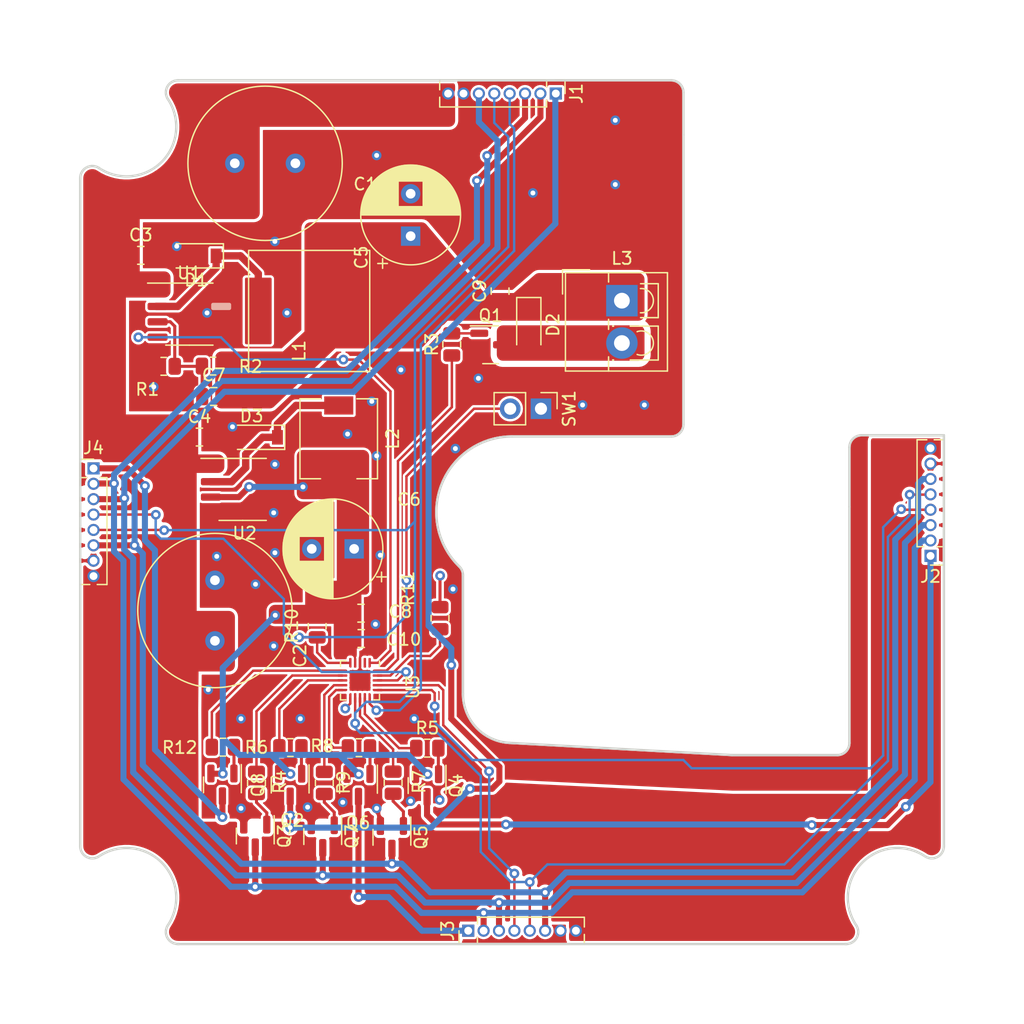
<source format=kicad_pcb>
(kicad_pcb (version 20211014) (generator pcbnew)
  (layers (0 "F.Cu" jumper) (1 "In1.Cu" signal) (2 "In2.Cu" signal) (31 "B.Cu" power) (34 "B.Paste" user) (35 "F.Paste" user) (36 "B.SilkS" user "B.Silkscreen") (37 "F.SilkS" user "F.Silkscreen") (38 "B.Mask" user) (39 "F.Mask" user) (44 "Edge.Cuts" user))
  (net 0 "")
  (net 1 "VBUS")
  (net 2 "GND")
  (net 3 "5V")
  (net 4 "24V")
  (net 5 "FB")
  (net 6 "LED0")
  (net 7 "R")
  (net 8 "B")
  (net 9 "SEL0")
  (net 10 "GDA")
  (net 11 "G")
  (net 12 "LED1")
  (net 13 "SEL1")
  (net 14 "LED2")
  (net 15 "SEL2")
  (net 16 "LED3")
  (net 17 "SEL3")
  (net 18 "SOL_EN")
  (net 19 "Net-(Q2-Pad1)")
  (net 20 "Net-(Q3-Pad1)")
  (net 21 "Net-(Q5-Pad1)")
  (net 22 "R_PWM")
  (net 23 "G_PWM")
  (net 24 "B_PWM")
  (net 25 "LED0_PWM")
  (net 26 "LED1_PWM")
  (net 27 "LED2_PWM")
  (net 28 "LED3_PWM")
  (net 29 "Net-(Q7-Pad1)")
  (net 30 "CAB_STATE")
  (net 31 "24V_EN")
  (net 32 "UPDI")
  (net 33 "RxD")
  (net 34 "Net-(D3-Pad1)")
  (net 35 "Net-(Q1-Pad1)")
  (net 36 "Net-(R11-Pad1)")
  (net 37 "Net-(D1-Pad1)")
  (net 38 "Net-(Q4-Pad1)")
  (net 39 "Net-(Q6-Pad1)")
  (net 40 "Net-(Q8-Pad1)")
  (net 42 "/SOL_R")
  (footprint "Capacitor_SMD:C_0805_2012Metric" (layer "F.Cu") (at 82.01 87.39)
    (fp_text reference "C8")
    (fp_text value "1uF")
  )
  (footprint "Resistor_SMD:R_0805_2012Metric" (layer "F.Cu") (at 73.38 101.4 -90)
    (fp_text reference "R4")
    (fp_text value "1k")
  )
  (footprint "Package_DFN_QFN:VQFN-20-1EP_3x3mm_P0.4mm_EP1.7x1.7mm" (layer "F.Cu") (at 81.925 92.935 -90)
    (fp_text reference "U3")
    (fp_text value " ATTINY1616-MNR")
  )
  (footprint "Resistor_SMD:R_0805_2012Metric" (layer "F.Cu") (at 70.61 98.45)
    (fp_text reference "R12")
    (fp_text value "1k")
  )
  (footprint "Capacitor_SMD:C_0805_2012Metric" (layer "F.Cu") (at 69.85 69.5 180)
    (fp_text reference "C7")
    (fp_text value "680pF")
  )
  (footprint "Connector_PinHeader_1.27mm:PinHeader_1x08_P1.27mm_Vertical" (layer "F.Cu") (at 59.927669 75.436185)
    (fp_text reference "J4")
    (fp_text value "Conn_01x08_Female")
  )
  (footprint "Resistor_SMD:R_0805_2012Metric" (layer "F.Cu") (at 84.66 101.38 -90)
    (fp_text reference "R7")
    (fp_text value "1k")
  )
  (footprint "Package_SO:SOP-8_3.9x4.9mm_P1.27mm" (layer "F.Cu") (at 67.84 62.7)
    (fp_text reference "U1")
    (fp_text value "XL1509-ADJ")
  )
  (footprint "Resistor_SMD:R_0805_2012Metric" (layer "F.Cu") (at 78.39 88.47 90)
    (fp_text reference "R10")
    (fp_text value "50k")
  )
  (footprint "Package_TO_SOT_SMD:SOT-23" (layer "F.Cu") (at 76.16 101.58 -90)
    (fp_text reference "Q2")
    (fp_text value "S8550")
  )
  (footprint "Connector_PinHeader_1.27mm:PinHeader_1x08_P1.27mm_Vertical" (layer "F.Cu") (at 129.021714 82.658872 180)
    (fp_text reference "J2")
    (fp_text value "Conn_01x08_Female")
  )
  (footprint "Capacitor_SMD:C_0805_2012Metric" (layer "F.Cu") (at 68.67 72.85)
    (fp_text reference "C4")
    (fp_text value "1uF")
  )
  (footprint "Resistor_SMD:R_0805_2012Metric" (layer "F.Cu") (at 69.79 66.99)
    (fp_text reference "R2")
    (fp_text value "50k")
  )
  (footprint "Inductor_SMD:L_6.3x6.3_H3" (layer "F.Cu") (at 80.17 72.99 -90)
    (fp_text reference "L2")
    (fp_text value "68uH")
  )
  (footprint "TerminalBlock_4Ucon:TerminalBlock_4Ucon_1x02_P3.50mm_Vertical" (layer "F.Cu") (at 103.545 61.59 -90)
    (fp_text reference "L3")
    (fp_text value "Solenoid")
  )
  (footprint "Capacitor_SMD:C_0805_2012Metric" (layer "F.Cu") (at 93.49 60.8 90)
    (fp_text reference "C9")
    (fp_text value "1uF")
  )
  (footprint "Package_TO_SOT_SMD:SOT-23" (layer "F.Cu") (at 92.71 65.23)
    (fp_text reference "Q1")
    (fp_text value "SI2308A")
  )
  (footprint "Diode_SMD:D_SOD-123" (layer "F.Cu") (at 95.86 63.58 -90)
    (fp_text reference "D2")
    (fp_text value "40V")
  )
  (footprint "Package_SO:SOP-8_3.9x4.9mm_P1.27mm" (layer "F.Cu") (at 72.24 77.17)
    (fp_text reference "U2")
    (fp_text value "XL1509-5.0")
  )
  (footprint "Resistor_SMD:R_0805_2012Metric" (layer "F.Cu") (at 88.53 87.8 90)
    (fp_text reference "R11")
    (fp_text value "4.7k")
  )
  (footprint "Capacitor_THT:CP_Radial_D8.0mm_P3.50mm" (layer "F.Cu") (at 86.106 56.262651 90)
    (fp_text reference "C5")
    (fp_text value "220uF")
  )
  (footprint "StackCabinet:YNR1050-470M" (layer "F.Cu") (at 77.73 62.44 90)
    (fp_text reference "L1")
    (fp_text value "47uH")
  )
  (footprint "Package_TO_SOT_SMD:SOT-23" (layer "F.Cu") (at 87.4625 101.62 -90)
    (fp_text reference "Q4")
    (fp_text value "S8550")
  )
  (footprint "Diode_SMD:D_SOD-123" (layer "F.Cu") (at 68.4 57.89 180)
    (fp_text reference "D1")
    (fp_text value "40V")
  )
  (footprint "Resistor_SMD:R_0805_2012Metric" (layer "F.Cu") (at 65.72 67.01)
    (fp_text reference "R1")
    (fp_text value "2.7k")
  )
  (footprint "Package_TO_SOT_SMD:SOT-23" (layer "F.Cu") (at 84.56 105.89 -90)
    (fp_text reference "Q5")
    (fp_text value "BC817-40,215")
  )
  (footprint "Resistor_SMD:R_0805_2012Metric" (layer "F.Cu") (at 89.5 65.2 90)
    (fp_text reference "R3")
    (fp_text value "1k")
  )
  (footprint "Package_TO_SOT_SMD:SOT-23" (layer "F.Cu") (at 73.28 105.78 -90)
    (fp_text reference "Q3")
    (fp_text value "BC817-40,215")
  )
  (footprint "Package_TO_SOT_SMD:SOT-23" (layer "F.Cu") (at 78.85 105.83 -90)
    (fp_text reference "Q7")
    (fp_text value "BC817-40,215")
  )
  (footprint "Capacitor_SMD:C_0805_2012Metric" (layer "F.Cu") (at 63.83 57.85)
    (fp_text reference "C3")
    (fp_text value "1uF")
  )
  (footprint "Connector_PinHeader_1.27mm:PinHeader_1x08_P1.27mm_Vertical" (layer "F.Cu") (at 90.86 113.6 90)
    (fp_text reference "J3")
    (fp_text value "Conn_01x08_Female")
  )
  (footprint "Connector_PinHeader_2.54mm:PinHeader_1x02_P2.54mm_Vertical" (layer "F.Cu") (at 96.865 70.51 -90)
    (fp_text reference "SW1")
    (fp_text value "SW_Push")
  )
  (footprint "Capacitor_THT:C_Radial_D12.5mm_H20.0mm_P5.00mm" (layer "F.Cu") (at 69.95 89.67 90)
    (fp_text reference "C2")
    (fp_text value "470uF")
  )
  (footprint "Package_TO_SOT_SMD:SOT-23" (layer "F.Cu") (at 70.5675 101.56 -90)
    (fp_text reference "Q8")
    (fp_text value "S8550")
  )
  (footprint "Capacitor_THT:CP_Radial_D8.0mm_P3.50mm" (layer "F.Cu") (at 81.442651 82.08 180)
    (fp_text reference "C6")
    (fp_text value "180uF")
  )
  (footprint "Connector_PinHeader_1.27mm:PinHeader_1x08_P1.27mm_Vertical" (layer "F.Cu") (at 98.09 44.49 -90)
    (fp_text reference "J1")
    (fp_text value "Conn_01x08_Female")
  )
  (footprint "Resistor_SMD:R_0805_2012Metric" (layer "F.Cu") (at 87.4825 98.53)
    (fp_text reference "R5")
    (fp_text value "1k")
  )
  (footprint "Capacitor_SMD:C_0805_2012Metric" (layer "F.Cu") (at 82.03 89.48)
    (fp_text reference "C10")
    (fp_text value "0.1uF")
  )
  (footprint "Resistor_SMD:R_0805_2012Metric" (layer "F.Cu") (at 76.18 98.48)
    (fp_text reference "R6")
    (fp_text value "1k")
  )
  (footprint "Capacitor_THT:C_Radial_D12.5mm_H20.0mm_P5.00mm" (layer "F.Cu") (at 71.59 50.25)
    (fp_text reference "C1")
    (fp_text value "470uF")
  )
  (footprint "Resistor_SMD:R_0805_2012Metric" (layer "F.Cu") (at 78.98 101.4 -90)
    (fp_text reference "R9")
    (fp_text value "1k")
  )
  (footprint "Resistor_SMD:R_0805_2012Metric" (layer "F.Cu") (at 81.84 98.49)
    (fp_text reference "R8")
    (fp_text value "1k")
  )
  (footprint "Package_TO_SOT_SMD:SOT-23" (layer "F.Cu") (at 81.8 101.6 -90)
    (fp_text reference "Q6")
    (fp_text value "S8550")
  )
  (footprint "Diode_SMD:D_SOD-123" (layer "F.Cu") (at 73.46 72.87 180)
    (fp_text reference "D3")
    (fp_text value "40V")
  )
  (gr_line locked (start 107.626777 43.4) (end 66.976777 43.4) (layer "Edge.Cuts") (width 0.2))
  (gr_line locked (start 66.976777 114.7) (end 121.976777 114.7) (layer "Edge.Cuts") (width 0.2))
  (gr_arc locked (start 66.889134 114.699529) (mid 66.015643 114.166613) (end 66.067944 113.144727) (layer "Edge.Cuts") (width 0.2))
  (gr_line locked (start 121.976777 114.7) (end 122.06442 114.699529) (layer "Edge.Cuts") (width 0.2))
  (gr_arc locked (start 130.126306 106.637643) (mid 129.593394 107.511134) (end 128.571504 107.458833) (layer "Edge.Cuts") (width 0.2))
  (gr_arc locked (start 122.88561 113.144727) (mid 123.39744 107.970663) (end 128.571504 107.458833) (layer "Edge.Cuts") (width 0.2))
  (gr_line locked (start 58.826777 106.55) (end 58.827248 106.637643) (layer "Edge.Cuts") (width 0.2))
  (gr_arc locked (start 122.88561 113.144727) (mid 122.937921 114.166622) (end 122.06442 114.699529) (layer "Edge.Cuts") (width 0.2))
  (gr_line locked (start 130.126777 106.55) (end 130.126777 72.7) (layer "Edge.Cuts") (width 0.2))
  (gr_line locked (start 94.476777 72.8) (end 107.626777 72.8) (layer "Edge.Cuts") (width 0.2))
  (gr_line locked (start 108.626777 47.9) (end 108.626777 44.4) (layer "Edge.Cuts") (width 0.2))
  (gr_line locked (start 118.195596 99.1) (end 112.63055 99.1) (layer "Edge.Cuts") (width 0.2))
  (gr_arc locked (start 94.255367 98.093943) (mid 91.535756 96.834402) (end 90.426777 94.05) (layer "Edge.Cuts") (width 0.2))
  (gr_line locked (start 121.326777 99.1) (end 118.195596 99.1) (layer "Edge.Cuts") (width 0.2))
  (gr_arc locked (start 107.626777 43.4) (mid 108.333884 43.692893) (end 108.626777 44.4) (layer "Edge.Cuts") (width 0.2))
  (gr_line locked (start 90.426777 94.05) (end 90.426777 84.251923) (layer "Edge.Cuts") (width 0.2))
  (gr_line locked (start 66.889134 114.699529) (end 66.976777 114.7) (layer "Edge.Cuts") (width 0.2))
  (gr_arc locked (start 90.123329 83.534416) (mid 88.684968 76.701075) (end 94.476777 72.8) (layer "Edge.Cuts") (width 0.2))
  (gr_arc locked (start 66.067944 44.955273) (mid 66.015644 43.933388) (end 66.889134 43.400471) (layer "Edge.Cuts") (width 0.2))
  (gr_arc locked (start 66.067944 44.955273) (mid 65.55611 50.129333) (end 60.38205 50.641167) (layer "Edge.Cuts") (width 0.2))
  (gr_arc locked (start 58.827248 51.462357) (mid 59.360164 50.588866) (end 60.38205 50.641167) (layer "Edge.Cuts") (width 0.2))
  (gr_line locked (start 122.326777 78.6) (end 122.326777 98.1) (layer "Edge.Cuts") (width 0.2))
  (gr_line locked (start 66.976777 43.4) (end 66.889134 43.400471) (layer "Edge.Cuts") (width 0.2))
  (gr_line locked (start 112.63055 99.1) (end 94.255367 98.093943) (layer "Edge.Cuts") (width 0.2))
  (gr_arc locked (start 90.123329 83.534416) (mid 90.347796 83.862405) (end 90.426777 84.251923) (layer "Edge.Cuts") (width 0.2))
  (gr_line locked (start 122.326777 73.7) (end 122.326777 78.6) (layer "Edge.Cuts") (width 0.2))
  (gr_line locked (start 130.126306 106.637643) (end 130.126777 106.55) (layer "Edge.Cuts") (width 0.2))
  (gr_arc locked (start 60.38205 107.458833) (mid 59.360165 107.511133) (end 58.827248 106.637643) (layer "Edge.Cuts") (width 0.2))
  (gr_arc locked (start 60.38205 107.458833) (mid 65.55611 107.970667) (end 66.067944 113.144727) (layer "Edge.Cuts") (width 0.2))
  (gr_arc locked (start 122.326777 73.7) (mid 122.61967 72.992893) (end 123.326777 72.7) (layer "Edge.Cuts") (width 0.2))
  (gr_line locked (start 58.827248 51.462357) (end 58.826777 51.55) (layer "Edge.Cuts") (width 0.2))
  (gr_arc locked (start 122.326777 98.1) (mid 122.033884 98.807107) (end 121.326777 99.1) (layer "Edge.Cuts") (width 0.2))
  (gr_line locked (start 130.126777 72.7) (end 123.326777 72.7) (layer "Edge.Cuts") (width 0.2))
  (gr_arc locked (start 108.626777 71.8) (mid 108.333884 72.507107) (end 107.626777 72.8) (layer "Edge.Cuts") (width 0.2))
  (gr_line locked (start 108.626777 71.8) (end 108.626777 47.9) (layer "Edge.Cuts") (width 0.2))
  (gr_line locked (start 58.826777 51.55) (end 58.826777 106.55) (layer "Edge.Cuts") (width 0.2))
  (segment (start 81.903 93.125) (end 81.903 93.12) (width 0.254) (layer "F.Cu") (net 2))
  (segment (start 82.2 90.65) (end 82.32 90.53) (width 0.2) (layer "F.Cu") (net 2))
  (segment (start 82.32 90.53) (end 82.58 90.27) (width 0.2) (layer "F.Cu") (net 2))
  (segment (start 82.32 90.53) (end 82.6 90.53) (width 0.2) (layer "F.Cu") (net 2))
  (segment (start 82.58 90.27) (end 82.58 89.53) (width 0.2) (layer "F.Cu") (net 2))
  (segment (start 82.2 90.65) (end 83.26 90.65) (width 0.2) (layer "F.Cu") (net 2))
  (via (at 83.3 74.4) (size 0.8) (drill 0.4) (layers "F.Cu" "B.Cu") (net 2))
  (via (at 77 96.1) (size 0.8) (drill 0.4) (layers "F.Cu" "B.Cu") (net 2))
  (via (at 83.3 49.6) (size 0.8) (drill 0.4) (layers "F.Cu" "B.Cu") (net 2))
  (via (at 74.8 90.1) (size 0.8) (drill 0.4) (layers "F.Cu" "B.Cu") (net 2))
  (via (at 91.7 68) (size 0.8) (drill 0.4) (layers "F.Cu" "B.Cu") (net 2))
  (via (at 74.9 75.1) (size 0.8) (drill 0.4) (layers "F.Cu" "B.Cu") (net 2))
  (via (at 77.6 103.4) (size 0.8) (drill 0.4) (layers "F.Cu" "B.Cu") (net 2))
  (via (at 75.9 62.6) (size 0.8) (drill 0.4) (layers "F.Cu" "B.Cu") (net 2))
  (via (at 80.9 72.6) (size 0.8) (drill 0.4) (layers "F.Cu" "B.Cu") (net 2))
  (via (at 89.8 73.8) (size 0.8) (drill 0.4) (layers "F.Cu" "B.Cu") (net 2))
  (via (at 69.4 93.7) (size 0.8) (drill 0.4) (layers "F.Cu" "B.Cu") (net 2))
  (via (at 83.3 103.5) (size 0.8) (drill 0.4) (layers "F.Cu" "B.Cu") (net 2))
  (via (at 103 46.7) (size 0.8) (drill 0.4) (layers "F.Cu" "B.Cu") (net 2))
  (via (at 66.8 57.1) (size 0.8) (drill 0.4) (layers "F.Cu" "B.Cu") (net 2))
  (via (at 73.3 85) (size 0.8) (drill 0.4) (layers "F.Cu" "B.Cu") (net 2))
  (via (at 74.8 79.1) (size 0.8) (drill 0.4) (layers "F.Cu" "B.Cu") (net 2))
  (via (at 71.4 72) (size 0.8) (drill 0.4) (layers "F.Cu" "B.Cu") (net 2))
  (via (at 105.4 70.2) (size 0.8) (drill 0.4) (layers "F.Cu" "B.Cu") (net 2))
  (via (at 88.5 102.8) (size 0.8) (drill 0.4) (layers "F.Cu" "B.Cu") (net 2))
  (via (at 72.1 103.5) (size 0.8) (drill 0.4) (layers "F.Cu" "B.Cu") (net 2))
  (via (at 96.2 52.7) (size 0.8) (drill 0.4) (layers "F.Cu" "B.Cu") (net 2))
  (via (at 69.3 62.6) (size 0.8) (drill 0.4) (layers "F.Cu" "B.Cu") (net 2))
  (via (at 80.5 103) (size 0.8) (drill 0.4) (layers "F.Cu" "B.Cu") (net 2))
  (via (at 70.1 82.7) (size 0.8) (drill 0.4) (layers "F.Cu" "B.Cu") (net 2))
  (via (at 83.2 88.3) (size 0.8) (drill 0.4) (layers "F.Cu" "B.Cu") (net 2))
  (via (at 74.9 56.7) (size 0.8) (drill 0.4) (layers "F.Cu" "B.Cu") (net 2))
  (via (at 103 52) (size 0.8) (drill 0.4) (layers "F.Cu" "B.Cu") (net 2))
  (via (at 85.3 67.3) (size 0.8) (drill 0.4) (layers "F.Cu" "B.Cu") (net 2))
  (via (at 72.1 96.1) (size 0.8) (drill 0.4) (layers "F.Cu" "B.Cu") (net 2))
  (via (at 82.9 69.9) (size 0.8) (drill 0.4) (layers "F.Cu" "B.Cu") (net 2))
  (via (at 89.6 85.4) (size 0.8) (drill 0.4) (layers "F.Cu" "B.Cu") (net 2))
  (via (at 83.6 82.6) (size 0.8) (drill 0.4) (layers "F.Cu" "B.Cu") (net 2))
  (via (at 86.4 96.1) (size 0.8) (drill 0.4) (layers "F.Cu" "B.Cu") (net 2))
  (via (at 86.1 102.9) (size 0.8) (drill 0.4) (layers "F.Cu" "B.Cu") (net 2))
  (via (at 74.9 82.4) (size 0.8) (drill 0.4) (layers "F.Cu" "B.Cu") (net 2))
  (via (at 100.3 70.2) (size 0.8) (drill 0.4) (layers "F.Cu" "B.Cu") (net 2))
  (via (at 64.9 68.7) (size 0.8) (drill 0.4) (layers "F.Cu" "B.Cu") (net 2))
  (segment (start 70.6 100.64) (end 69.635 100.64) (width 0.5) (layer "F.Cu") (net 3))
  (segment (start 74.93 87.56) (end 74.9325 87.5575) (width 0.5) (layer "F.Cu") (net 3))
  (segment (start 75.2275 100.66) (end 75.21 100.6425) (width 0.5) (layer "F.Cu") (net 3))
  (segment (start 86.515 100.68) (end 86.5125 100.6825) (width 0.5) (layer "F.Cu") (net 3))
  (segment (start 69.635 100.64) (end 69.6175 100.6225) (width 0.5) (layer "F.Cu") (net 3))
  (segment (start 69.615 77.805) (end 71.928 77.805) (width 0.5) (layer "F.Cu") (net 3))
  (segment (start 80.8675 100.68) (end 80.85 100.6625) (width 0.5) (layer "F.Cu") (net 3))
  (segment (start 76.18 100.66) (end 75.2275 100.66) (width 0.5) (layer "F.Cu") (net 3))
  (segment (start 81.82 100.68) (end 80.8675 100.68) (width 0.5) (layer "F.Cu") (net 3))
  (segment (start 71.928 77.805) (end 72.771 76.962) (width 0.5) (layer "F.Cu") (net 3))
  (segment (start 87.5 100.68) (end 86.515 100.68) (width 0.5) (layer "F.Cu") (net 3))
  (segment (start 74.9325 87.5575) (end 78.39 87.5575) (width 0.5) (layer "F.Cu") (net 3))
  (via (at 70.6 100.64) (size 0.8) (drill 0.4) (layers "F.Cu" "B.Cu") (net 3))
  (via (at 81.82 100.68) (size 0.8) (drill 0.4) (layers "F.Cu" "B.Cu") (net 3))
  (via (at 77.216 76.962) (size 0.8) (drill 0.4) (layers "F.Cu" "B.Cu") (net 3))
  (via (at 74.93 87.56) (size 0.8) (drill 0.4) (layers "F.Cu" "B.Cu") (net 3))
  (via (at 72.771 76.962) (size 0.8) (drill 0.4) (layers "F.Cu" "B.Cu") (net 3))
  (via (at 87.5 100.68) (size 0.8) (drill 0.4) (layers "F.Cu" "B.Cu") (net 3))
  (via (at 76.18 100.66) (size 0.8) (drill 0.4) (layers "F.Cu" "B.Cu") (net 3))
  (segment (start 74.93 87.56) (end 70.6 91.89) (width 0.5) (layer "B.Cu") (net 3))
  (segment (start 75.11 99.09) (end 80.23 99.09) (width 0.5) (layer "B.Cu") (net 3))
  (segment (start 80.23 99.09) (end 85.91 99.09) (width 0.5) (layer "B.Cu") (net 3))
  (segment (start 80.23 99.09) (end 81.82 100.68) (width 0.5) (layer "B.Cu") (net 3))
  (segment (start 70.6 97.72) (end 71.97 99.09) (width 0.5) (layer "B.Cu") (net 3))
  (segment (start 76.18 100.66) (end 74.61 99.09) (width 0.5) (layer "B.Cu") (net 3))
  (segment (start 85.91 99.09) (end 87.5 100.68) (width 0.5) (layer "B.Cu") (net 3))
  (segment (start 72.771 76.962) (end 77.216 76.962) (width 0.5) (layer "B.Cu") (net 3))
  (segment (start 73.54 99.09) (end 75.11 99.09) (width 0.5) (layer "B.Cu") (net 3))
  (segment (start 74.61 99.09) (end 73.54 99.09) (width 0.5) (layer "B.Cu") (net 3))
  (segment (start 71.97 99.09) (end 73.54 99.09) (width 0.5) (layer "B.Cu") (net 3))
  (segment (start 70.6 97.72) (end 70.6 100.64) (width 0.5) (layer "B.Cu") (net 3))
  (segment (start 70.6 91.89) (end 70.6 97.72) (width 0.5) (layer "B.Cu") (net 3))
  (segment (start 65.095 63.335) (end 65.32458 63.335) (width 0.254) (layer "F.Cu") (net 5))
  (segment (start 66.26 63.33) (end 66.6325 63.7025) (width 0.254) (layer "F.Cu") (net 5))
  (segment (start 66.6325 63.7025) (end 66.6325 67.01) (width 0.254) (layer "F.Cu") (net 5))
  (segment (start 65.32458 63.335) (end 65.32958 63.33) (width 0.254) (layer "F.Cu") (net 5))
  (segment (start 68.8575 67.01) (end 68.8775 66.99) (width 0.254) (layer "F.Cu") (net 5))
  (segment (start 68.9 67.0125) (end 68.8775 66.99) (width 0.254) (layer "F.Cu") (net 5))
  (segment (start 65.32958 63.33) (end 66.26 63.33) (width 0.254) (layer "F.Cu") (net 5))
  (segment (start 68.9 69.5) (end 68.9 67.0125) (width 0.254) (layer "F.Cu") (net 5))
  (segment (start 66.6325 67.01) (end 68.8575 67.01) (width 0.254) (layer "F.Cu") (net 5))
  (segment (start 76.16 104.07) (end 76.18 104.09) (width 0.5) (layer "F.Cu") (net 6))
  (segment (start 76.18 104.09) (end 76.18 105.07) (width 0.5) (layer "F.Cu") (net 6))
  (segment (start 89.46 96.1) (end 89.46 91.67) (width 0.5) (layer "F.Cu") (net 6))
  (segment (start 91 101.88) (end 92.83 101.88) (width 0.5) (layer "F.Cu") (net 6))
  (segment (start 76.16 102.5175) (end 76.16 104.07) (width 0.5) (layer "F.Cu") (net 6))
  (segment (start 76.18 105.07) (end 76.16 105.09) (width 0.5) (layer "F.Cu") (net 6))
  (segment (start 93.43 101.28) (end 93.43 100.07) (width 0.5) (layer "F.Cu") (net 6))
  (segment (start 92.83 101.88) (end 93.43 101.28) (width 0.5) (layer "F.Cu") (net 6))
  (segment (start 93.43 100.07) (end 89.46 96.1) (width 0.5) (layer "F.Cu") (net 6))
  (via (at 91 101.88) (size 0.8) (drill 0.4) (layers "F.Cu" "B.Cu") (net 6))
  (via (at 89.46 91.67) (size 0.8) (drill 0.4) (layers "F.Cu" "B.Cu") (net 6))
  (via (at 76.16 105.09) (size 0.8) (drill 0.4) (layers "F.Cu" "B.Cu") (net 6))
  (via (at 76.18 104.09) (size 0.8) (drill 0.4) (layers "F.Cu" "B.Cu") (net 6))
  (segment (start 76.16 105.09) (end 87.79 105.09) (width 0.5) (layer "B.Cu") (net 6))
  (segment (start 87.59 65.7) (end 98.05 55.24) (width 0.5) (layer "B.Cu") (net 6))
  (segment (start 87.59 88.43) (end 87.59 65.7) (width 0.5) (layer "B.Cu") (net 6))
  (segment (start 98.05 55.24) (end 98.05 44.53) (width 0.5) (layer "B.Cu") (net 6))
  (segment (start 87.79 105.09) (end 91 101.88) (width 0.5) (layer "B.Cu") (net 6))
  (segment (start 98.05 44.53) (end 98.09 44.49) (width 0.5) (layer "B.Cu") (net 6))
  (segment (start 89.46 91.67) (end 89.46 90.3) (width 0.5) (layer "B.Cu") (net 6))
  (segment (start 89.46 90.3) (end 87.59 88.43) (width 0.5) (layer "B.Cu") (net 6))
  (segment (start 59.941484 76.72) (end 59.927669 76.706185) (width 0.5) (layer "F.Cu") (net 7))
  (segment (start 96.82 44.49) (end 96.82 46.44) (width 0.5) (layer "F.Cu") (net 7))
  (segment (start 92.13 113.6) (end 92.13 112.13) (width 0.5) (layer "F.Cu") (net 7))
  (segment (start 96.82 46.44) (end 91.58 51.68) (width 0.5) (layer "F.Cu") (net 7))
  (segment (start 73.28 109.96) (end 73.27 109.97) (width 0.5) (layer "F.Cu") (net 7))
  (segment (start 73.28 106.7175) (end 73.28 109.96) (width 0.5) (layer "F.Cu") (net 7))
  (segment (start 61.62 76.68) (end 59.953854 76.68) (width 0.5) (layer "F.Cu") (net 7))
  (segment (start 59.953854 76.68) (end 59.927669 76.706185) (width 0.5) (layer "F.Cu") (net 7))
  (via (at 91.58 51.68) (size 0.8) (drill 0.4) (layers "F.Cu" "B.Cu") (net 7))
  (via (at 61.62 76.68) (size 0.8) (drill 0.4) (layers "F.Cu" "B.Cu") (net 7))
  (via (at 92.13 112.13) (size 0.8) (drill 0.4) (layers "F.Cu" "B.Cu") (net 7))
  (via (at 73.27 109.97) (size 0.8) (drill 0.4) (layers "F.Cu" "B.Cu") (net 7))
  (segment (start 61.62 75.93) (end 61.62 76.58) (width 0.5) (layer "B.Cu") (net 7))
  (segment (start 91.58 51.68) (end 91.58 56.629) (width 0.5) (layer "B.Cu") (net 7))
  (segment (start 61.62 76.68) (end 61.62 82.288717) (width 0.5) (layer "B.Cu") (net 7))
  (segment (start 127.72 101.15) (end 127.72 82.03) (width 0.5) (layer "B.Cu") (net 7))
  (segment (start 61.62 76.58) (end 61.62 76.68) (width 0.5) (layer "B.Cu") (net 7))
  (segment (start 70.16 67.39) (end 61.62 75.93) (width 0.5) (layer "B.Cu") (net 7))
  (segment (start 118.44 110.43) (end 127.72 101.15) (width 0.5) (layer "B.Cu") (net 7))
  (segment (start 62.4 83.068717) (end 62.4 101.1) (width 0.5) (layer "B.Cu") (net 7))
  (segment (start 73.27 109.97) (end 84.84 109.97) (width 0.5) (layer "B.Cu") (net 7))
  (segment (start 84.84 109.97) (end 87 112.13) (width 0.5) (layer "B.Cu") (net 7))
  (segment (start 61.62 82.288717) (end 62.4 83.068717) (width 0.5) (layer "B.Cu") (net 7))
  (segment (start 80.819 67.39) (end 70.16 67.39) (width 0.5) (layer "B.Cu") (net 7))
  (segment (start 97.74 112.13) (end 99.44 110.43) (width 0.5) (layer "B.Cu") (net 7))
  (segment (start 128.361128 81.388872) (end 129.021714 81.388872) (width 0.5) (layer "B.Cu") (net 7))
  (segment (start 92.13 112.13) (end 97.74 112.13) (width 0.5) (layer "B.Cu") (net 7))
  (segment (start 127.72 82.03) (end 128.361128 81.388872) (width 0.5) (layer "B.Cu") (net 7))
  (segment (start 71.27 109.97) (end 73.27 109.97) (width 0.5) (layer "B.Cu") (net 7))
  (segment (start 91.58 56.629) (end 80.819 67.39) (width 0.5) (layer "B.Cu") (net 7))
  (segment (start 87 112.13) (end 92.13 112.13) (width 0.5) (layer "B.Cu") (net 7))
  (segment (start 62.4 101.1) (end 71.27 109.97) (width 0.5) (layer "B.Cu") (net 7))
  (segment (start 99.44 110.43) (end 118.44 110.43) (width 0.5) (layer "B.Cu") (net 7))
  (segment (start 93.49 113.51) (end 93.4 113.6) (width 0.5) (layer "F.Cu") (net 8))
  (segment (start 95.55 46.508624) (end 95.55 44.49) (width 0.5) (layer "F.Cu") (net 8))
  (segment (start 62.393315 77.976185) (end 59.927669 77.976185) (width 0.5) (layer "F.Cu") (net 8))
  (segment (start 92.424312 49.634312) (end 95.55 46.508624) (width 0.5) (layer "F.Cu") (net 8))
  (segment (start 62.4695 77.9) (end 62.393315 77.976185) (width 0.5) (layer "F.Cu") (net 8))
  (segment (start 78.85 109.03) (end 78.84 109.04) (width 0.5) (layer "F.Cu") (net 8))
  (segment (start 93.4 111.2805) (end 93.4 113.6) (width 0.5) (layer "F.Cu") (net 8))
  (segment (start 78.85 106.7675) (end 78.85 109.03) (width 0.5) (layer "F.Cu") (net 8))
  (segment (start 59.933854 77.97) (end 59.927669 77.976185) (width 0.5) (layer "F.Cu") (net 8))
  (via (at 92.424312 49.634312) (size 0.8) (drill 0.4) (layers "F.Cu" "B.Cu") (net 8))
  (via (at 78.84 109.04) (size 0.8) (drill 0.4) (layers "F.Cu" "B.Cu") (net 8))
  (via (at 93.4 111.2805) (size 0.8) (drill 0.4) (layers "F.Cu" "B.Cu") (net 8))
  (via (at 62.4695 77.9) (size 0.8) (drill 0.4) (layers "F.Cu" "B.Cu") (net 8))
  (segment (start 87.3005 111.2805) (end 93.4 111.2805) (width 0.5) (layer "B.Cu") (net 8))
  (segment (start 62.4595 77.91) (end 62.4595 82.138267) (width 0.5) (layer "B.Cu") (net 8))
  (segment (start 92.424312 49.634312) (end 92.43 49.64) (width 0.5) (layer "B.Cu") (net 8))
  (segment (start 126.91 100.71) (end 117.96 109.66) (width 0.5) (layer "B.Cu") (net 8))
  (segment (start 62.4695 77.9) (end 62.4595 77.91) (width 0.5) (layer "B.Cu") (net 8))
  (segment (start 93.41 111.2905) (end 93.4 111.2805) (width 0.5) (layer "B.Cu") (net 8))
  (segment (start 98.06 110.79) (end 98.06 110.792582) (width 0.5) (layer "B.Cu") (net 8))
  (segment (start 97.562082 111.2905) (end 93.41 111.2905) (width 0.5) (layer "B.Cu") (net 8))
  (segment (start 62.4695 76.2505) (end 62.4695 77.9) (width 0.5) (layer "B.Cu") (net 8))
  (segment (start 126.91 81.59) (end 126.91 100.71) (width 0.5) (layer "B.Cu") (net 8))
  (segment (start 92.43 56.922) (end 81.132 68.22) (width 0.5) (layer "B.Cu") (net 8))
  (segment (start 129.021714 80.118872) (end 128.381128 80.118872) (width 0.5) (layer "B.Cu") (net 8))
  (segment (start 81.132 68.22) (end 70.5 68.22) (width 0.5) (layer "B.Cu") (net 8))
  (segment (start 62.4595 82.138267) (end 63.2 82.878767) (width 0.5) (layer "B.Cu") (net 8))
  (segment (start 85.06 109.04) (end 87.3005 111.2805) (width 0.5) (layer "B.Cu") (net 8))
  (segment (start 92.43 49.64) (end 92.43 56.922) (width 0.5) (layer "B.Cu") (net 8))
  (segment (start 99.19 109.66) (end 98.06 110.79) (width 0.5) (layer "B.Cu") (net 8))
  (segment (start 98.06 110.792582) (end 97.562082 111.2905) (width 0.5) (layer "B.Cu") (net 8))
  (segment (start 63.2 82.878767) (end 63.2 100.53) (width 0.5) (layer "B.Cu") (net 8))
  (segment (start 70.5 68.22) (end 62.4695 76.2505) (width 0.5) (layer "B.Cu") (net 8))
  (segment (start 78.84 109.04) (end 85.06 109.04) (width 0.5) (layer "B.Cu") (net 8))
  (segment (start 63.2 100.53) (end 71.71 109.04) (width 0.5) (layer "B.Cu") (net 8))
  (segment (start 71.71 109.04) (end 78.84 109.04) (width 0.5) (layer "B.Cu") (net 8))
  (segment (start 128.381128 80.118872) (end 126.91 81.59) (width 0.5) (layer "B.Cu") (net 8))
  (segment (start 117.96 109.66) (end 99.19 109.66) (width 0.5) (layer "B.Cu") (net 8))
  (segment (start 93.4 111.2805) (end 93.4 111.43) (width 0.5) (layer "B.Cu") (net 8))
  (segment (start 83.27 95.4095) (end 82.725 94.8645) (width 0.2) (layer "F.Cu") (net 9))
  (segment (start 82.725 94.8645) (end 82.725 94.385) (width 0.2) (layer "F.Cu") (net 9))
  (via (at 83.27 95.4095) (size 0.8) (drill 0.4) (layers "F.Cu" "B.Cu") (net 9))
  (segment (start 86.95 93.66) (end 86.95 65.18) (width 0.2) (layer "B.Cu") (net 9))
  (segment (start 94.65 47.37) (end 94.28 47) (width 0.2) (layer "B.Cu") (net 9))
  (segment (start 94.65 57.48) (end 94.65 47.37) (width 0.2) (layer "B.Cu") (net 9))
  (segment (start 86.95 65.18) (end 94.65 57.48) (width 0.2) (layer "B.Cu") (net 9))
  (segment (start 83.27 95.4095) (end 85.2005 95.4095) (width 0.2) (layer "B.Cu") (net 9))
  (segment (start 94.28 47) (end 94.28 44.49) (width 0.2) (layer "B.Cu") (net 9))
  (segment (start 85.2005 95.4095) (end 86.95 93.66) (width 0.2) (layer "B.Cu") (net 9))
  (segment (start 65.7595 80.54) (end 65.735685 80.516185) (width 0.2) (layer "F.Cu") (net 10))
  (segment (start 129.000586 77.6) (end 129.021714 77.578872) (width 0.2) (layer "F.Cu") (net 10))
  (segment (start 127.3 77.6) (end 129.000586 77.6) (width 0.2) (layer "F.Cu") (net 10))
  (segment (start 81.525353 96.484647) (end 81.525 96.484294) (width 0.2) (layer "F.Cu") (net 10))
  (segment (start 65.735685 80.516185) (end 59.927669 80.516185) (width 0.2) (layer "F.Cu") (net 10))
  (segment (start 81.525 96.484294) (end 81.525 94.385) (width 0.2) (layer "F.Cu") (net 10))
  (segment (start 95.94 109.581) (end 95.94 113.6) (width 0.2) (layer "F.Cu") (net 10))
  (via (at 65.7595 80.54) (size 0.8) (drill 0.4) (layers "F.Cu" "B.Cu") (net 10))
  (via (at 127.3 77.6) (size 0.8) (drill 0.4) (layers "F.Cu" "B.Cu") (net 10))
  (via (at 95.94 109.581) (size 0.8) (drill 0.4) (layers "F.Cu" "B.Cu") (net 10))
  (via (at 81.525353 96.484647) (size 0.8) (drill 0.4) (layers "F.Cu" "B.Cu") (net 10))
  (segment (start 65.7695 80.53) (end 85.74 80.53) (width 0.2) (layer "B.Cu") (net 10))
  (segment (start 94.16 48.06) (end 94.16 57.15) (width 0.2) (layer "B.Cu") (net 10))
  (segment (start 86.46 93.444314) (end 86.46 78.97) (width 0.2) (layer "B.Cu") (net 10))
  (segment (start 86.46 79.81) (end 86.46 78.97) (width 0.2) (layer "B.Cu") (net 10))
  (segment (start 91.89 107.09145) (end 94.37955 109.581) (width 0.2) (layer "B.Cu") (net 10))
  (segment (start 125.51 99.57995) (end 116.95995 108.13) (width 0.2) (layer "B.Cu") (net 10))
  (segment (start 93.01 44.49) (end 93.01 46.91) (width 0.2) (layer "B.Cu") (net 10))
  (segment (start 85.74 80.53) (end 86.46 79.81) (width 0.2) (layer "B.Cu") (net 10))
  (segment (start 81.525353 96.845353) (end 81.96 97.28) (width 0.2) (layer "B.Cu") (net 10))
  (segment (start 93.01 46.91) (end 94.16 48.06) (width 0.2) (layer "B.Cu") (net 10))
  (segment (start 116.95995 108.13) (end 97.391 108.13) (width 0.2) (layer "B.Cu") (net 10))
  (segment (start 127.3 77.6) (end 127.3 79.3) (width 0.2) (layer "B.Cu") (net 10))
  (segment (start 127.3 79.3) (end 125.51 81.09) (width 0.2) (layer "B.Cu") (net 10))
  (segment (start 94.16 57.15) (end 86.46 64.85) (width 0.2) (layer "B.Cu") (net 10))
  (segment (start 86.46 64.85) (end 86.46 78.97) (width 0.2) (layer "B.Cu") (net 10))
  (segment (start 65.7595 80.54) (end 65.7695 80.53) (width 0.2) (layer "B.Cu") (net 10))
  (segment (start 91.89 100.83) (end 91.89 107.09145) (width 0.2) (layer "B.Cu") (net 10))
  (segment (start 88.34 97.28) (end 91.89 100.83) (width 0.2) (layer "B.Cu") (net 10))
  (segment (start 81.525353 96.484647) (end 81.525353 96.845353) (width 0.2) (layer "B.Cu") (net 10))
  (segment (start 125.51 81.09) (end 125.51 99.57995) (width 0.2) (layer "B.Cu") (net 10))
  (segment (start 94.37955 109.581) (end 95.94 109.581) (width 0.2) (layer "B.Cu") (net 10))
  (segment (start 82.44 94.71) (end 85.194314 94.71) (width 0.2) (layer "B.Cu") (net 10))
  (segment (start 85.194314 94.71) (end 86.46 93.444314) (width 0.2) (layer "B.Cu") (net 10))
  (segment (start 81.96 97.28) (end 88.34 97.28) (width 0.2) (layer "B.Cu") (net 10))
  (segment (start 97.391 108.13) (end 95.94 109.581) (width 0.2) (layer "B.Cu") (net 10))
  (segment (start 81.525353 96.484647) (end 81.525353 95.624647) (width 0.2) (layer "B.Cu") (net 10))
  (segment (start 81.525353 95.624647) (end 82.44 94.71) (width 0.2) (layer "B.Cu") (net 10))
  (segment (start 84.56 106.8275) (end 84.56 108.06) (width 0.5) (layer "F.Cu") (net 11))
  (segment (start 63.3095 81.786185) (end 59.927669 81.786185) (width 0.5) (layer "F.Cu") (net 11))
  (segment (start 84.56 108.06) (end 84.57 108.07) (width 0.5) (layer "F.Cu") (net 11))
  (segment (start 97.21 110.4405) (end 97.21 113.6) (width 0.5) (layer "F.Cu") (net 11))
  (via (at 97.21 110.4405) (size 0.8) (drill 0.4) (layers "F.Cu" "B.Cu") (net 11))
  (via (at 63.3095 81.786185) (size 0.8) (drill 0.4) (layers "F.Cu" "B.Cu") (net 11))
  (via (at 84.57 108.07) (size 0.8) (drill 0.4) (layers "F.Cu" "B.Cu") (net 11))
  (segment (start 91.74 46.85) (end 91.74 44.49) (width 0.5) (layer "B.Cu") (net 11))
  (segment (start 81.393 69.11) (end 93.274312 57.228688) (width 0.5) (layer "B.Cu") (net 11))
  (segment (start 87.7305 110.4305) (end 85.37 108.07) (width 0.5) (layer "B.Cu") (net 11))
  (segment (start 72.13 108.07) (end 64 99.94) (width 0.5) (layer "B.Cu") (net 11))
  (segment (start 93.274312 57.228688) (end 93.274312 48.384312) (width 0.5) (layer "B.Cu") (net 11))
  (segment (start 97.2 110.4305) (end 87.7305 110.4305) (width 0.5) (layer "B.Cu") (net 11))
  (segment (start 64 82.476685) (end 63.3095 81.786185) (width 0.5) (layer "B.Cu") (net 11))
  (segment (start 84.57 108.07) (end 72.13 108.07) (width 0.5) (layer "B.Cu") (net 11))
  (segment (start 63.3195 76.5205) (end 70.73 69.11) (width 0.5) (layer "B.Cu") (net 11))
  (segment (start 97.2695 110.4405) (end 97.21 110.4405) (width 0.5) (layer "B.Cu") (net 11))
  (segment (start 128 76.7) (end 128 79.42) (width 0.5) (layer "B.Cu") (net 11))
  (segment (start 97.21 110.4405) (end 97.2 110.4305) (width 0.5) (layer "B.Cu") (net 11))
  (segment (start 93.274312 48.384312) (end 91.74 46.85) (width 0.5) (layer "B.Cu") (net 11))
  (segment (start 98.92 108.79) (end 97.2695 110.4405) (width 0.5) (layer "B.Cu") (net 11))
  (segment (start 128 79.42) (end 126.11 81.31) (width 0.5) (layer "B.Cu") (net 11))
  (segment (start 64 99.94) (end 64 82.476685) (width 0.5) (layer "B.Cu") (net 11))
  (segment (start 128.391128 76.308872) (end 128 76.7) (width 0.5) (layer "B.Cu") (net 11))
  (segment (start 85.37 108.07) (end 84.57 108.07) (width 0.5) (layer "B.Cu") (net 11))
  (segment (start 129.021714 76.308872) (end 128.391128 76.308872) (width 0.5) (layer "B.Cu") (net 11))
  (segment (start 63.3095 81.786185) (end 63.3195 81.776185) (width 0.5) (layer "B.Cu") (net 11))
  (segment (start 117.56 108.79) (end 98.92 108.79) (width 0.5) (layer "B.Cu") (net 11))
  (segment (start 126.11 81.31) (end 126.11 100.24) (width 0.5) (layer "B.Cu") (net 11))
  (segment (start 70.73 69.11) (end 81.393 69.11) (width 0.5) (layer "B.Cu") (net 11))
  (segment (start 126.11 100.24) (end 117.56 108.79) (width 0.5) (layer "B.Cu") (net 11))
  (segment (start 63.3195 81.776185) (end 63.3195 76.5205) (width 0.5) (layer "B.Cu") (net 11))
  (segment (start 125.46 104.88) (end 119.22 104.88) (width 0.5) (layer "F.Cu") (net 12))
  (segment (start 126.97 103.37) (end 125.46 104.88) (width 0.5) (layer "F.Cu") (net 12))
  (segment (start 87.46 102.56) (end 87.46 104.06) (width 0.5) (layer "F.Cu") (net 12))
  (segment (start 87.46 104.06) (end 88.23 104.83) (width 0.5) (layer "F.Cu") (net 12))
  (segment (start 126.98 103.37) (end 126.97 103.37) (width 0.5) (layer "F.Cu") (net 12))
  (segment (start 87.4625 102.5575) (end 87.46 102.56) (width 0.5) (layer "F.Cu") (net 12))
  (segment (start 88.23 104.83) (end 93.97 104.83) (width 0.5) (layer "F.Cu") (net 12))
  (via (at 93.97 104.83) (size 0.8) (drill 0.4) (layers "F.Cu" "B.Cu") (net 12))
  (via (at 119.22 104.88) (size 0.8) (drill 0.4) (layers "F.Cu" "B.Cu") (net 12))
  (via (at 126.98 103.37) (size 0.8) (drill 0.4) (layers "F.Cu" "B.Cu") (net 12))
  (segment (start 129.02 101.33) (end 129.02 82.660586) (width 0.5) (layer "B.Cu") (net 12))
  (segment (start 129.02 82.660586) (end 129.021714 82.658872) (width 0.5) (layer "B.Cu") (net 12))
  (segment (start 93.97 104.83) (end 119.17 104.83) (width 0.5) (layer "B.Cu") (net 12))
  (segment (start 126.98 103.37) (end 129.02 101.33) (width 0.5) (layer "B.Cu") (net 12))
  (segment (start 119.17 104.83) (end 119.22 104.88) (width 0.5) (layer "B.Cu") (net 12))
  (segment (start 88.09 93.98) (end 87.845 93.735) (width 0.2) (layer "F.Cu") (net 13))
  (segment (start 87.845 93.735) (end 83.375 93.735) (width 0.2) (layer "F.Cu") (net 13))
  (segment (start 126.6005 78.805378) (end 126.643994 78.848872) (width 0.2) (layer "F.Cu") (net 13))
  (segment (start 126.643994 78.848872) (end 129.021714 78.848872) (width 0.2) (layer "F.Cu") (net 13))
  (segment (start 88.09 95.07) (end 88.09 93.98) (width 0.2) (layer "F.Cu") (net 13))
  (via (at 126.6005 78.805378) (size 0.8) (drill 0.4) (layers "F.Cu" "B.Cu") (net 13))
  (via (at 88.09 95.07) (size 0.8) (drill 0.4) (layers "F.Cu" "B.Cu") (net 13))
  (segment (start 109.301688 100.19) (end 108.621688 99.51) (width 0.2) (layer "B.Cu") (net 13))
  (segment (start 91.21 99.51) (end 88.09 96.39) (width 0.2) (layer "B.Cu") (net 13))
  (segment (start 126.6005 78.805378) (end 125.11 80.295878) (width 0.2) (layer "B.Cu") (net 13))
  (segment (start 125.11 99.14) (end 124.06 100.19) (width 0.2) (layer "B.Cu") (net 13))
  (segment (start 125.11 80.295878) (end 125.11 99.14) (width 0.2) (layer "B.Cu") (net 13))
  (segment (start 108.621688 99.51) (end 91.21 99.51) (width 0.2) (layer "B.Cu") (net 13))
  (segment (start 124.06 100.19) (end 109.301688 100.19) (width 0.2) (layer "B.Cu") (net 13))
  (segment (start 88.09 96.39) (end 88.09 95.07) (width 0.2) (layer "B.Cu") (net 13))
  (segment (start 81.8 102.5375) (end 81.8 110.8095) (width 0.5) (layer "F.Cu") (net 14))
  (segment (start 81.8 110.8095) (end 81.81 110.8195) (width 0.5) (layer "F.Cu") (net 14))
  (via (at 81.81 110.8195) (size 0.8) (drill 0.4) (layers "F.Cu" "B.Cu") (net 14))
  (segment (start 87.05 113.6) (end 90.86 113.6) (width 0.5) (layer "B.Cu") (net 14))
  (segment (start 84.2695 110.8195) (end 87.05 113.6) (width 0.5) (layer "B.Cu") (net 14))
  (segment (start 81.81 110.8195) (end 84.2695 110.8195) (width 0.5) (layer "B.Cu") (net 14))
  (segment (start 88.395 93.335) (end 83.375 93.335) (width 0.2) (layer "F.Cu") (net 15))
  (segment (start 88.8 93.74) (end 88.395 93.335) (width 0.2) (layer "F.Cu") (net 15))
  (segment (start 92.58 100.41) (end 88.8 96.63) (width 0.2) (layer "F.Cu") (net 15))
  (segment (start 92.58 100.44) (end 92.58 100.41) (width 0.2) (layer "F.Cu") (net 15))
  (segment (start 88.8 96.63) (end 88.8 93.74) (width 0.2) (layer "F.Cu") (net 15))
  (segment (start 94.67 108.8815) (end 94.67 113.6) (width 0.2) (layer "F.Cu") (net 15))
  (via (at 92.58 100.44) (size 0.8) (drill 0.4) (layers "F.Cu" "B.Cu") (net 15))
  (via (at 94.67 108.8815) (size 0.8) (drill 0.4) (layers "F.Cu" "B.Cu") (net 15))
  (segment (start 92.58 100.44) (end 92.59 100.45) (width 0.2) (layer "B.Cu") (net 15))
  (segment (start 92.59 100.45) (end 92.59 106.8) (width 0.2) (layer "B.Cu") (net 15))
  (segment (start 92.59 106.8) (end 94.67 108.88) (width 0.2) (layer "B.Cu") (net 15))
  (segment (start 94.67 108.88) (end 94.67 108.8815) (width 0.2) (layer "B.Cu") (net 15))
  (segment (start 62.73 75.43) (end 59.933854 75.43) (width 0.5) (layer "F.Cu") (net 16))
  (segment (start 64.17 76.88) (end 64.17 76.87) (width 0.5) (layer "F.Cu") (net 16))
  (segment (start 70.5675 102.4975) (end 70.5675 104.2175) (width 0.5) (layer "F.Cu") (net 16))
  (segment (start 64.17 76.87) (end 62.73 75.43) (width 0.5) (layer "F.Cu") (net 16))
  (segment (start 70.5675 104.2175) (end 70.57 104.22) (width 0.5) (layer "F.Cu") (net 16))
  (segment (start 59.933854 75.43) (end 59.927669 75.436185) (width 0.5) (layer "F.Cu") (net 16))
  (via (at 70.57 104.22) (size 0.8) (drill 0.4) (layers "F.Cu" "B.Cu") (net 16))
  (via (at 64.17 76.88) (size 0.8) (drill 0.4) (layers "F.Cu" "B.Cu") (net 16))
  (segment (start 64.17 81.37) (end 64.17 76.88) (width 0.5) (layer "B.Cu") (net 16))
  (segment (start 65 82.2) (end 64.17 81.37) (width 0.5) (layer "B.Cu") (net 16))
  (segment (start 65 98.65) (end 65 82.2) (width 0.5) (layer "B.Cu") (net 16))
  (segment (start 70.57 104.22) (end 65 98.65) (width 0.5) (layer "B.Cu") (net 16))
  (segment (start 85.72 92.24) (end 85.025 92.935) (width 0.2) (layer "F.Cu") (net 17))
  (segment (start 65.07 79.26) (end 65.056185 79.246185) (width 0.2) (layer "F.Cu") (net 17))
  (segment (start 65.056185 79.246185) (end 59.927669 79.246185) (width 0.2) (layer "F.Cu") (net 17))
  (segment (start 85.025 92.935) (end 83.375 92.935) (width 0.2) (layer "F.Cu") (net 17))
  (via (at 65.07 79.26) (size 0.8) (drill 0.4) (layers "F.Cu" "B.Cu") (net 17))
  (via (at 85.72 92.24) (size 0.8) (drill 0.4) (layers "F.Cu" "B.Cu") (net 17))
  (segment (start 75.64 86.23) (end 75.64 89.10995) (width 0.2) (layer "B.Cu") (net 17))
  (segment (start 65.0595 79.2705) (end 65.0595 80.82995) (width 0.2) (layer "B.Cu") (net 17))
  (segment (start 65.0595 80.82995) (end 65.46955 81.24) (width 0.2) (layer "B.Cu") (net 17))
  (segment (start 65.07 79.26) (end 65.0595 79.2705) (width 0.2) (layer "B.Cu") (net 17))
  (segment (start 65.46955 81.24) (end 70.65 81.24) (width 0.2) (layer "B.Cu") (net 17))
  (segment (start 75.64 89.10995) (end 78.77005 92.24) (width 0.2) (layer "B.Cu") (net 17))
  (segment (start 78.77005 92.24) (end 85.72 92.24) (width 0.2) (layer "B.Cu") (net 17))
  (segment (start 70.65 81.24) (end 75.64 86.23) (width 0.2) (layer "B.Cu") (net 17))
  (segment (start 85.0605 91.1895) (end 84.115 92.135) (width 0.2) (layer "F.Cu") (net 18))
  (segment (start 89.51 66.1225) (end 89.51 70.38) (width 0.2) (layer "F.Cu") (net 18))
  (segment (start 84.115 92.135) (end 83.375 92.135) (width 0.2) (layer "F.Cu") (net 18))
  (segment (start 89.5 66.1125) (end 89.51 66.1225) (width 0.2) (layer "F.Cu") (net 18))
  (segment (start 85.0605 74.8295) (end 85.0605 91.1895) (width 0.2) (layer "F.Cu") (net 18))
  (segment (start 89.51 70.38) (end 85.0605 74.8295) (width 0.2) (layer "F.Cu") (net 18))
  (segment (start 77.0925 98.48) (end 77.0925 100.625) (width 0.25) (layer "F.Cu") (net 19))
  (segment (start 77.0925 100.625) (end 77.11 100.6425) (width 0.25) (layer "F.Cu") (net 19))
  (segment (start 74.23 103.86) (end 74.23 104.8425) (width 0.25) (layer "F.Cu") (net 20))
  (segment (start 73.38 102.3125) (end 73.38 103.01) (width 0.25) (layer "F.Cu") (net 20))
  (segment (start 73.38 103.01) (end 74.23 103.86) (width 0.25) (layer "F.Cu") (net 20))
  (segment (start 85.51 103.76) (end 85.51 104.9525) (width 0.25) (layer "F.Cu") (net 21))
  (segment (start 84.66 102.2925) (end 84.66 102.91) (width 0.25) (layer "F.Cu") (net 21))
  (segment (start 84.66 102.91) (end 85.51 103.76) (width 0.25) (layer "F.Cu") (net 21))
  (segment (start 73.38 95.49) (end 73.38 100.4875) (width 0.2) (layer "F.Cu") (net 22))
  (segment (start 76.335 92.535) (end 73.38 95.49) (width 0.2) (layer "F.Cu") (net 22))
  (segment (start 80.475 92.535) (end 76.335 92.535) (width 0.2) (layer "F.Cu") (net 22))
  (segment (start 81.925 95.89505) (end 84.66 98.63005) (width 0.2) (layer "F.Cu") (net 23))
  (segment (start 84.66 98.63005) (end 84.66 100.4675) (width 0.2) (layer "F.Cu") (net 23))
  (segment (start 81.925 94.385) (end 81.925 95.89505) (width 0.2) (layer "F.Cu") (net 23))
  (segment (start 80.475 93.335) (end 79.775 93.335) (width 0.2) (layer "F.Cu") (net 24))
  (segment (start 79.775 93.335) (end 78.98 94.13) (width 0.2) (layer "F.Cu") (net 24))
  (segment (start 78.98 94.13) (end 78.98 100.4875) (width 0.2) (layer "F.Cu") (net 24))
  (segment (start 80.475 92.935) (end 77.615 92.935) (width 0.2) (layer "F.Cu") (net 25))
  (segment (start 77.615 92.935) (end 75.2675 95.2825) (width 0.2) (layer "F.Cu") (net 25))
  (segment (start 75.2675 95.2825) (end 75.2675 98.48) (width 0.2) (layer "F.Cu") (net 25))
  (segment (start 82.325 94.385) (end 82.325 95.705) (width 0.2) (layer "F.Cu") (net 26))
  (segment (start 85.15 98.53) (end 86.57 98.53) (width 0.2) (layer "F.Cu") (net 26))
  (segment (start 82.325 95.705) (end 85.15 98.53) (width 0.2) (layer "F.Cu") (net 26))
  (segment (start 79.38 94.295686) (end 79.38 98.12) (width 0.2) (layer "F.Cu") (net 27))
  (segment (start 79.940686 93.735) (end 79.38 94.295686) (width 0.2) (layer "F.Cu") (net 27))
  (segment (start 79.75 98.49) (end 80.9275 98.49) (width 0.2) (layer "F.Cu") (net 27))
  (segment (start 79.38 98.12) (end 79.75 98.49) (width 0.2) (layer "F.Cu") (net 27))
  (segment (start 80.475 93.735) (end 79.940686 93.735) (width 0.2) (layer "F.Cu") (net 27))
  (segment (start 80.475 92.135) (end 73.115 92.135) (width 0.2) (layer "F.Cu") (net 28))
  (segment (start 73.115 92.135) (end 69.6975 95.5525) (width 0.2) (layer "F.Cu") (net 28))
  (segment (start 69.6975 95.5525) (end 69.6975 98.45) (width 0.2) (layer "F.Cu") (net 28))
  (segment (start 79.8 103.82) (end 79.8 104.8925) (width 0.25) (layer "F.Cu") (net 29))
  (segment (start 78.98 102.3125) (end 78.98 103) (width 0.25) (layer "F.Cu") (net 29))
  (segment (start 78.98 103) (end 79.8 103.82) (width 0.25) (layer "F.Cu") (net 29))
  (segment (start 81.12 91.49) (end 79.25 91.49) (width 0.2) (layer "F.Cu") (net 30))
  (segment (start 91.34 70.51) (end 94.325 70.51) (width 0.2) (layer "F.Cu") (net 30))
  (segment (start 85.7605 76.0895) (end 91.34 70.51) (width 0.2) (layer "F.Cu") (net 30))
  (segment (start 79.25 91.49) (end 78.39 90.63) (width 0.2) (layer "F.Cu") (net 30))
  (segment (start 81.125 91.485) (end 81.12 91.49) (width 0.2) (layer "F.Cu") (net 30))
  (segment (start 78.39 90.63) (end 78.39 89.3825) (width 0.2) (layer "F.Cu") (net 30))
  (segment (start 76.9025 89.3825) (end 76.9 89.38) (width 0.2) (layer "F.Cu") (net 30))
  (segment (start 78.39 89.3825) (end 76.9025 89.3825) (width 0.2) (layer "F.Cu") (net 30))
  (segment (start 85.7605 84.69) (end 85.7605 76.0895) (width 0.2) (layer "F.Cu") (net 30))
  (via (at 76.9 89.38) (size 0.8) (drill 0.4) (layers "F.Cu" "B.Cu") (net 30))
  (via (at 85.7605 84.69) (size 0.8) (drill 0.4) (layers "F.Cu" "B.Cu") (net 30))
  (segment (start 76.92 89.36) (end 83.98 89.36) (width 0.2) (layer "B.Cu") (net 30))
  (segment (start 76.9 89.38) (end 76.92 89.36) (width 0.2) (layer "B.Cu") (net 30))
  (segment (start 83.98 89.36) (end 85.7605 87.5795) (width 0.2) (layer "B.Cu") (net 30))
  (segment (start 85.7605 87.5795) (end 85.7605 84.69) (width 0.2) (layer "B.Cu") (net 30))
  (segment (start 63.627 64.61) (end 63.632 64.605) (width 0.2) (layer "F.Cu") (net 31))
  (segment (start 80.552312 66.455312) (end 81.822312 66.455312) (width 0.2) (layer "F.Cu") (net 31))
  (segment (start 84.44 69.073) (end 84.44 90.46) (width 0.2) (layer "F.Cu") (net 31))
  (segment (start 63.632 64.605) (end 65.215 64.605) (width 0.2) (layer "F.Cu") (net 31))
  (segment (start 82.725 91.485) (end 82.73 91.49) (width 0.2) (layer "F.Cu") (net 31))
  (segment (start 81.822312 66.455312) (end 84.44 69.073) (width 0.2) (layer "F.Cu") (net 31))
  (segment (start 84.44 90.46) (end 83.415 91.485) (width 0.2) (layer "F.Cu") (net 31))
  (segment (start 83.415 91.485) (end 82.725 91.485) (width 0.2) (layer "F.Cu") (net 31))
  (via (at 80.552312 66.455312) (size 0.8) (drill 0.4) (layers "F.Cu" "B.Cu") (net 31))
  (via (at 63.627 64.61) (size 0.8) (drill 0.4) (layers "F.Cu" "B.Cu") (net 31))
  (segment (start 63.627 64.61) (end 70.44 64.61) (width 0.2) (layer "B.Cu") (net 31))
  (segment (start 70.44 64.61) (end 72.27 66.44) (width 0.2) (layer "B.Cu") (net 31))
  (segment (start 80.537 66.44) (end 80.552312 66.455312) (width 0.2) (layer "B.Cu") (net 31))
  (segment (start 72.27 66.44) (end 80.537 66.44) (width 0.2) (layer "B.Cu") (net 31))
  (segment (start 88.53 86.8875) (end 88.53 84.3) (width 0.25) (layer "F.Cu") (net 32))
  (segment (start 88.53 84.3) (end 88.54 84.29) (width 0.25) (layer "F.Cu") (net 32))
  (via (at 88.54 84.29) (size 0.8) (drill 0.4) (layers "F.Cu" "B.Cu") (net 32))
  (segment (start 81.125 94.385) (end 81.125 94.845) (width 0.2) (layer "F.Cu") (net 33))
  (segment (start 81.125 94.845) (end 80.71 95.26) (width 0.2) (layer "F.Cu") (net 33))
  (via (at 80.71 95.26) (size 0.8) (drill 0.4) (layers "F.Cu" "B.Cu") (net 33))
  (segment (start 80.17 70.24) (end 76.64 70.24) (width 0.608) (layer "F.Cu") (net 34))
  (segment (start 71.335 76.535) (end 69.615 76.535) (width 0.608) (layer "F.Cu") (net 34))
  (segment (start 76.64 70.24) (end 75.11 71.77) (width 0.608) (layer "F.Cu") (net 34))
  (segment (start 75.11 72.87) (end 73.88 72.87) (width 0.608) (layer "F.Cu") (net 34))
  (segment (start 75.11 71.77) (end 75.11 72.87) (width 0.608) (layer "F.Cu") (net 34))
  (segment (start 72.49 74.26) (end 72.49 75.38) (width 0.608) (layer "F.Cu") (net 34))
  (segment (start 72.49 75.38) (end 71.335 76.535) (width 0.608) (layer "F.Cu") (net 34))
  (segment (start 73.88 72.87) (end 72.49 74.26) (width 0.608) (layer "F.Cu") (net 34))
  (segment (start 91.765 64.2875) (end 91.7725 64.28) (width 0.2) (layer "F.Cu") (net 35))
  (segment (start 89.5 64.2875) (end 91.765 64.2875) (width 0.2) (layer "F.Cu") (net 35))
  (segment (start 86.05005 90.92) (end 87.71 90.92) (width 0.2) (layer "F.Cu") (net 36))
  (segment (start 87.71 90.92) (end 88.53 90.1) (width 0.2) (layer "F.Cu") (net 36))
  (segment (start 83.375 92.535) (end 84.43505 92.535) (width 0.2) (layer "F.Cu") (net 36))
  (segment (start 88.53 90.1) (end 88.53 88.7125) (width 0.2) (layer "F.Cu") (net 36))
  (segment (start 84.43505 92.535) (end 86.05005 90.92) (width 0.2) (layer "F.Cu") (net 36))
  (segment (start 65.095 62.065) (end 66.875 62.065) (width 0.608) (layer "F.Cu") (net 37))
  (segment (start 66.875 62.065) (end 70.05 58.89) (width 0.608) (layer "F.Cu") (net 37))
  (segment (start 72.06 57.89) (end 73.53 59.36) (width 0.608) (layer "F.Cu") (net 37))
  (segment (start 73.53 59.36) (end 73.53 62.44) (width 0.608) (layer "F.Cu") (net 37))
  (segment (start 70.05 58.89) (end 70.05 57.89) (width 0.608) (layer "F.Cu") (net 37))
  (segment (start 70.05 57.89) (end 72.06 57.89) (width 0.608) (layer "F.Cu") (net 37))
  (segment (start 88.395 98.53) (end 88.395 100.665) (width 0.25) (layer "F.Cu") (net 38))
  (segment (start 88.395 100.665) (end 88.4125 100.6825) (width 0.25) (layer "F.Cu") (net 38))
  (segment (start 82.7525 98.49) (end 82.7525 100.66) (width 0.25) (layer "F.Cu") (net 39))
  (segment (start 82.7525 100.66) (end 82.75 100.6625) (width 0.25) (layer "F.Cu") (net 39))
  (segment (start 71.5225 100.6175) (end 71.5175 100.6225) (width 0.25) (layer "F.Cu") (net 40))
  (segment (start 71.5225 98.45) (end 71.5225 100.6175) (width 0.25) (layer "F.Cu") (net 40))
  (segment (start 103.405 65.23) (end 103.545 65.09) (width 0.608) (layer "F.Cu") (net 42))
  (segment (start 95.85 65.24) (end 95.86 65.23) (width 0.608) (layer "F.Cu") (net 42))
  (zone (net 4) (net_name "24V") (layer "F.Cu") (priority 1) (connect_pads yes (clearance 0.254)) (min_thickness 0.254) (fill yes (thermal_gap 0.508) (thermal_bridge_width 0.508) (smoothing fillet) (radius 0.5))
    (polygon (pts (xy 92.202 60.96) (xy 94.615 60.96) (xy 96.52 59.309) (xy 105.41 59.309) (xy 105.41 63.246) (xy 89.154 63.246) (xy 86.995 65.532) (xy 79.883 65.532) (xy 74.676 70.485) (xy 69.977 70.485) (xy 69.977 65.786) (xy 75.565 65.786) (xy 77.343 64.135) (xy 77.343 55.118) (xy 80.772 55.118) (xy 87.249 55.118)))
  )
  (zone (net 3) (net_name "5V") (layer "F.Cu") (priority 1) (connect_pads yes (clearance 0.1)) (min_thickness 0.1) (fill yes (thermal_gap 0.508) (thermal_bridge_width 0.508) (smoothing fillet) (radius 0.5))
    (polygon (pts (xy 82.677 85.852) (xy 82.042 85.852) (xy 82.042 90.297) (xy 81.661 90.297) (xy 81.661 91.313) (xy 79.756 91.313) (xy 79.756 88.265) (xy 74.4 88.265) (xy 74.4 86.7) (xy 77.4 86.7) (xy 77.4 84.7) (xy 80.01 84.709) (xy 80.01 77.978) (xy 76.708 77.978) (xy 76.708 73.914) (xy 82.677 73.914)))
  )
  (zone (net 2) (net_name "GND") (layer "F.Cu") (connect_pads yes (clearance 0.1)) (min_thickness 0.1) (fill yes (thermal_gap 0.508) (thermal_bridge_width 0.508) (smoothing fillet) (radius 1) (island_removal_mode 1) (island_area_min 0))
    (polygon (pts (xy 131.191 115.443) (xy 57.912 115.443) (xy 57.912 42.672) (xy 131.191 42.672)))
  )
  (zone (net 1) (net_name "VBUS") (layer "F.Cu") (priority 1) (connect_pads yes (clearance 0.254)) (min_thickness 0.254) (fill yes (thermal_gap 0.508) (thermal_bridge_width 0.508) (smoothing fillet) (radius 0.5))
    (polygon (pts (xy 89.779 43.172) (xy 89.779 47.236) (xy 73.65 47.236) (xy 73.65 54.856) (xy 63.744 54.856) (xy 63.744 55.11) (xy 63.744 59.174) (xy 66.284 59.174) (xy 66.284 61.333) (xy 62.601 61.333) (xy 62.601 70.985) (xy 68.57 70.985) (xy 68.57 74.287) (xy 70.729 74.287) (xy 70.729 75.811) (xy 68.443 75.811) (xy 68.443 87.2) (xy 71.6 87.2) (xy 71.6 92.2) (xy 68.6 92.2) (xy 68.57 95.369) (xy 68.6 104.6) (xy 73.142 104.6) (xy 79.238 104.6) (xy 89.4 101.9) (xy 90.5 101.2) (xy 112.7 102.3) (xy 124.1 102.3) (xy 124.1 72.5) (xy 130.8 72.509) (xy 130.8 74.414) (xy 130.4 74.414) (xy 130.4 75.6) (xy 130.4 76.6) (xy 130.37 82.03) (xy 130.419 114.8) (xy 101.717 114.8) (xy 99.18 114.8) (xy 99.18 113.042) (xy 99.18 112.842) (xy 90.18 112.842) (xy 90.16 114.927) (xy 58.41 114.927) (xy 58.41 83.685) (xy 58.41 83.304) (xy 58.41 83.05) (xy 58.41 79.748) (xy 58.41 76.954) (xy 58.41 43.172)))
  )
  (zone (net 42) (net_name "/SOL_R") (layer "F.Cu") (priority 1) (connect_pads yes (clearance 0.508)) (min_thickness 0.254) (fill yes (thermal_gap 0.508) (thermal_bridge_width 0.508) (smoothing fillet) (radius 0.5))
    (polygon (pts (xy 105.41 66.548) (xy 93.218 66.548) (xy 93.218 63.627) (xy 105.41 63.627)))
  )
)
</source>
